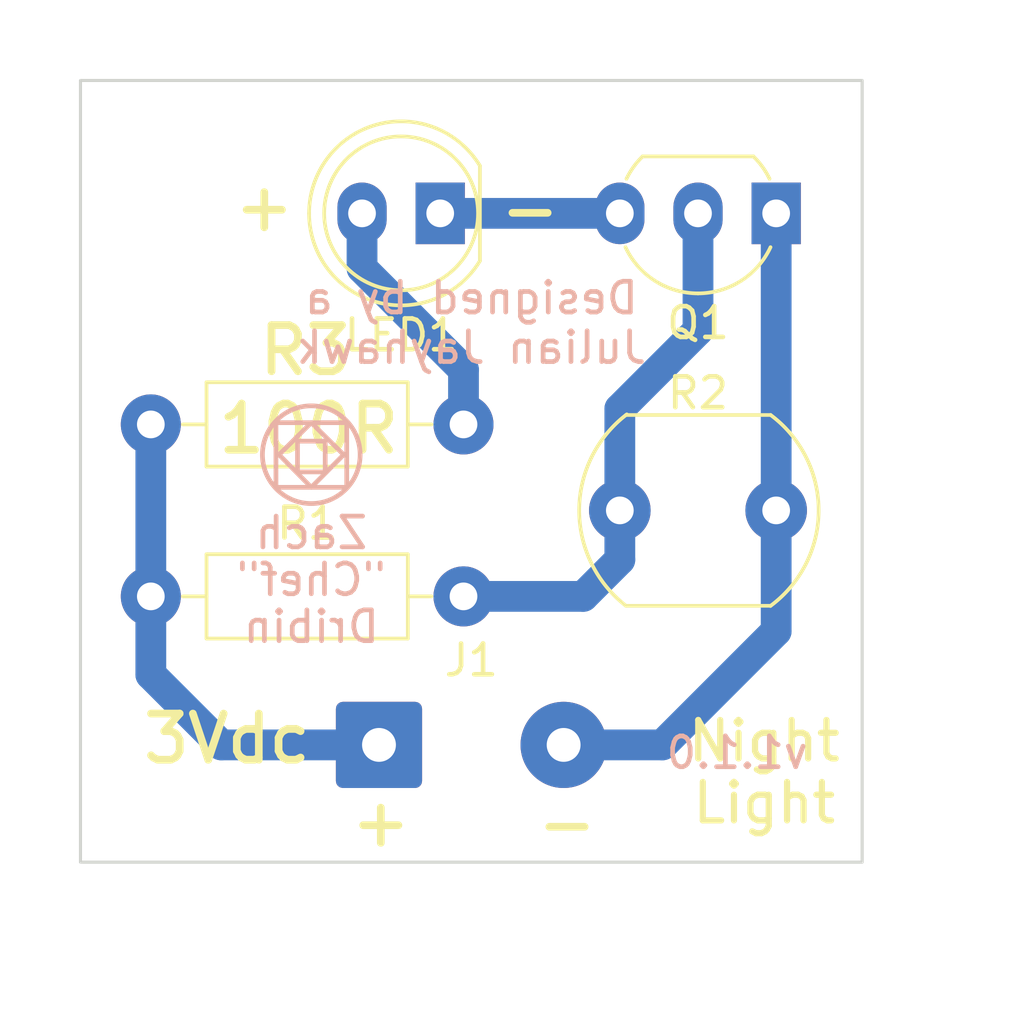
<source format=kicad_pcb>
(kicad_pcb (version 20221018) (generator pcbnew)
  (title_block (title "Night Light") (date "2023-04-16") (rev "1.1.0") (company "Julian Jayhawks") (comment 1 "Zach \"Chef\" Dribin"))
  (layers (0 "F.Cu" signal) (31 "B.Cu" signal) (34 "B.Paste" user) (35 "F.Paste" user) (36 "B.SilkS" user "B.Silkscreen") (37 "F.SilkS" user "F.Silkscreen") (38 "B.Mask" user) (39 "F.Mask" user) (44 "Edge.Cuts" user))
  (net 0 "")
  (net 1 "/Collecter")
  (net 2 "/LED +")
  (net 3 "+3V0")
  (net 4 "GND")
  (net 5 "/Base")
  (footprint "00_Project:LED_D5.0mm_Clear" (layer "F.Cu") (at 138.689 80.518 180)
    (fp_text reference "LED1" (at 1.27 -3.96 180) (layer "F.SilkS"))
    (fp_text value "White")
    (fp_line (start -1.29 -1.545) (end -1.29 1.545) (stroke (width 0.12)) (layer "F.SilkS"))
    (fp_arc (start -1.29 -1.54483) (mid 2.072002 -2.880433) (end 4.26 0.000462) (stroke (width 0.12)) (layer "F.SilkS"))
    (fp_arc (start 4.26 -0.000462) (mid 2.072002 2.880433) (end -1.29 1.54483) (stroke (width 0.12)) (layer "F.SilkS"))
    (fp_circle (center 1.27 0) (end 3.77 0) (stroke (width 0.12)) (fill none) (layer "F.SilkS"))
    (pad "1" thru_hole rect (at 0 0 180) (size 1.6 2) (drill 0.9) (layers "*.Cu" "*.Mask") (net 1 "/Collecter"))
    (pad "2" thru_hole oval (at 2.54 0 180) (size 1.6 2) (drill 0.9) (layers "*.Cu" "*.Mask") (net 2 "/LED +"))
  )
  (footprint "00_Project:R_Axial_DIN0207_L6.3mm_D2.5mm_P10.16mm_Horizontal" (layer "F.Cu") (at 129.286 87.376)
    (fp_text reference "R3" (at 5.03 -2.408) (layer "F.SilkS") (effects (font (size 1.5 1.5) (thickness 0.25) bold)))
    (fp_text value "100R" (at 5.13 0.142) (layer "F.SilkS") (effects (font (size 1.5 1.5) (thickness 0.25) bold)))
    (fp_line (start 1.04 0) (end 1.81 0) (stroke (width 0.12)) (layer "F.SilkS"))
    (fp_line (start 1.81 -1.37) (end 1.81 1.37) (stroke (width 0.12)) (layer "F.SilkS"))
    (fp_line (start 1.81 1.37) (end 8.35 1.37) (stroke (width 0.12)) (layer "F.SilkS"))
    (fp_line (start 8.35 -1.37) (end 1.81 -1.37) (stroke (width 0.12)) (layer "F.SilkS"))
    (fp_line (start 8.35 1.37) (end 8.35 -1.37) (stroke (width 0.12)) (layer "F.SilkS"))
    (fp_line (start 9.12 0) (end 8.35 0) (stroke (width 0.12)) (layer "F.SilkS"))
    (pad "1" thru_hole circle (at 0 0) (size 1.95 1.95) (drill 0.9) (layers "*.Cu" "*.Mask") (net 3 "+3V0"))
    (pad "2" thru_hole circle (at 10.16 0) (size 1.95 1.95) (drill 0.9) (layers "*.Cu" "*.Mask") (net 2 "/LED +"))
  )
  (footprint "00_Project:TO-92_Inline_Wide" (layer "F.Cu") (at 149.606 80.518 180)
    (fp_text reference "Q1" (at 2.54 -3.56 180) (layer "F.SilkS"))
    (fp_text value "2N3904")
    (fp_line (start 0.74 1.85) (end 4.34 1.85) (stroke (width 0.12)) (layer "F.SilkS"))
    (fp_arc (start 0.1836 -1.098807) (mid 1.143021 -2.192817) (end 2.54 -2.6) (stroke (width 0.12)) (layer "F.SilkS"))
    (fp_arc (start 0.74 1.85) (mid 0.446097 1.509328) (end 0.215816 1.122795) (stroke (width 0.12)) (layer "F.SilkS"))
    (fp_arc (start 2.54 -2.6) (mid 3.936979 -2.192818) (end 4.8964 -1.098807) (stroke (width 0.12)) (layer "F.SilkS"))
    (fp_arc (start 4.864184 1.122795) (mid 4.633903 1.509328) (end 4.34 1.85) (stroke (width 0.12)) (layer "F.SilkS"))
    (pad "1" thru_hole rect (at 0 0 180) (size 1.6 2) (drill 0.9) (layers "*.Cu" "*.Mask") (net 4 "GND"))
    (pad "2" thru_hole oval (at 2.54 0 180) (size 1.6 2) (drill 0.9) (layers "*.Cu" "*.Mask") (net 5 "/Base"))
    (pad "3" thru_hole oval (at 5.08 0 180) (size 1.6 2) (drill 0.9) (layers "*.Cu" "*.Mask") (net 1 "/Collecter"))
  )
  (footprint "00_Project:SolderWire-1.5sqmm_1x02_P6mm_D1.7mm_OD3mm" (layer "F.Cu") (at 136.7 97.79)
    (fp_text reference "J1" (at 3 -2.75) (layer "F.SilkS"))
    (fp_text value "3V0")
    (pad "1" thru_hole roundrect (at 0 0) (size 2.8 2.8) (drill 1.1) (layers "*.Cu" "*.Mask") (roundrect_rratio 0.080645) (net 3 "+3V0"))
    (pad "2" thru_hole circle (at 6 0) (size 2.8 2.8) (drill 1.1) (layers "*.Cu" "*.Mask") (net 4 "GND"))
  )
  (footprint "00_Project:R_Axial_DIN0207_L6.3mm_D2.5mm_P10.16mm_Horizontal" (layer "F.Cu") (at 129.286 92.964)
    (fp_text reference "R1" (at 5.08 -2.37) (layer "F.SilkS"))
    (fp_text value "390K")
    (fp_line (start 1.04 0) (end 1.81 0) (stroke (width 0.12)) (layer "F.SilkS"))
    (fp_line (start 1.81 -1.37) (end 1.81 1.37) (stroke (width 0.12)) (layer "F.SilkS"))
    (fp_line (start 1.81 1.37) (end 8.35 1.37) (stroke (width 0.12)) (layer "F.SilkS"))
    (fp_line (start 8.35 -1.37) (end 1.81 -1.37) (stroke (width 0.12)) (layer "F.SilkS"))
    (fp_line (start 8.35 1.37) (end 8.35 -1.37) (stroke (width 0.12)) (layer "F.SilkS"))
    (fp_line (start 9.12 0) (end 8.35 0) (stroke (width 0.12)) (layer "F.SilkS"))
    (pad "1" thru_hole circle (at 0 0) (size 1.95 1.95) (drill 0.9) (layers "*.Cu" "*.Mask") (net 3 "+3V0"))
    (pad "2" thru_hole circle (at 10.16 0) (size 1.95 1.95) (drill 0.9) (layers "*.Cu" "*.Mask") (net 5 "/Base"))
  )
  (footprint "00_Project:R_LDR_7x6mm_P5.1mm_Vertical" (layer "F.Cu") (at 144.526 90.17)
    (fp_text reference "R2" (at 2.54 -3.81) (layer "F.SilkS"))
    (fp_text value "8K-200K")
    (fp_line (start 0.2 -3.1) (end 4.9 -3.1) (stroke (width 0.12)) (layer "F.SilkS"))
    (fp_line (start 0.2 3.1) (end 4.9 3.1) (stroke (width 0.12)) (layer "F.SilkS"))
    (fp_arc (start 0.2 3.1) (mid -1.320423 -0.016888) (end 0.226796 -3.120561) (stroke (width 0.12)) (layer "F.SilkS"))
    (fp_arc (start 4.9 -3.1) (mid 6.460049 0.00492) (end 4.89209 3.105853) (stroke (width 0.12)) (layer "F.SilkS"))
    (pad "1" thru_hole circle (at 0 0) (size 2 2) (drill 0.9) (layers "*.Cu" "*.Mask") (net 5 "/Base"))
    (pad "2" thru_hole circle (at 5.08 0) (size 2 2) (drill 0.9) (layers "*.Cu" "*.Mask") (net 4 "GND"))
  )
  (gr_rect (start 133.352 87.32) (end 135.652 89.42) (stroke (width 0.1524)) (fill none) (layer "B.SilkS"))
  (gr_rect (start 134.052 87.92) (end 134.952 88.92) (stroke (width 0.1524)) (fill none) (layer "B.SilkS"))
  (gr_poly (pts (xy 135.552 88.36) (xy 134.5 89.42) (xy 133.452 88.36) (xy 134.5 87.32)) (stroke (width 0.1524)) (fill none) (layer "B.SilkS"))
  (gr_circle (center 134.5 88.36) (end 136.087924 88.36) (stroke (width 0.1524)) (fill none) (layer "B.SilkS"))
  (gr_rect (start 127 76.2) (end 152.4 101.6) (stroke (width 0.1)) (fill none) (layer "Edge.Cuts"))
  (gr_text "v1.1.0" (at 148.336 98.044) (layer "B.SilkS") (effects (font (size 1 1) (thickness 0.1524)) (justify mirror)))
  (gr_text "Designed by a\nJulian Jayhawk" (at 139.7 84.074) (layer "B.SilkS") (effects (font (size 1 1) (thickness 0.1524)) (justify mirror)))
  (gr_text "Zach" (at 134.5 90.9) (layer "B.SilkS") (effects (font (size 1 1) (thickness 0.1524)) (justify mirror)))
  (gr_text "{dblquote}Chef{dblquote}" (at 134.5 92.424) (layer "B.SilkS") (effects (font (size 1 1) (thickness 0.1524)) (justify mirror)))
  (gr_text "Dribin" (at 134.5 93.948) (layer "B.SilkS") (effects (font (size 1 1) (thickness 0.1524)) (justify mirror)))
  (gr_text "+" (at 135.666 101.168) (layer "F.SilkS") (effects (font (size 1.5 1.5) (thickness 0.25) bold) (justify left bottom)))
  (gr_text "-" (at 141.716 101.218) (layer "F.SilkS") (effects (font (size 1.5 1.5) (thickness 0.25) bold) (justify left bottom)))
  (gr_text "Night\nLight" (at 149.216 98.668) (layer "F.SilkS") (effects (font (size 1.25 1.25) (thickness 0.2))))
  (gr_text "3Vdc" (at 128.916 98.468) (layer "F.SilkS") (effects (font (size 1.5 1.5) (thickness 0.25) bold) (justify left bottom)))
  (gr_text "-" (at 140.516 81.268) (layer "F.SilkS") (effects (font (size 1.5 1.5) (thickness 0.25) bold) (justify left bottom)))
  (gr_text "+" (at 134.066 81.168) (layer "F.SilkS") (effects (font (size 1.5 1.5) (thickness 0.25) bold) (justify left bottom mirror)))
  (segment (start 138.689 80.518) (end 144.526 80.518) (width 1) (layer "B.Cu") (net 1))
  (segment (start 136.149 82.301) (end 139.446 85.598) (width 1) (layer "B.Cu") (net 2))
  (segment (start 139.446 85.598) (end 139.446 87.376) (width 1) (layer "B.Cu") (net 2))
  (segment (start 136.149 80.518) (end 136.149 82.301) (width 1) (layer "B.Cu") (net 2))
  (segment (start 129.286 92.964) (end 129.286 87.376) (width 1) (layer "B.Cu") (net 3))
  (segment (start 129.286 95.504) (end 129.286 92.964) (width 1) (layer "B.Cu") (net 3))
  (segment (start 136.7 97.79) (end 131.572 97.79) (width 1) (layer "B.Cu") (net 3))
  (segment (start 131.572 97.79) (end 129.286 95.504) (width 1) (layer "B.Cu") (net 3))
  (segment (start 145.91 97.79) (end 149.606 94.094) (width 1) (layer "B.Cu") (net 4))
  (segment (start 142.7 97.79) (end 145.91 97.79) (width 1) (layer "B.Cu") (net 4))
  (segment (start 149.606 90.17) (end 149.606 80.518) (width 1) (layer "B.Cu") (net 4))
  (segment (start 149.606 94.094) (end 149.606 90.17) (width 1) (layer "B.Cu") (net 4))
  (segment (start 144.526 91.774) (end 144.526 90.17) (width 1) (layer "B.Cu") (net 5))
  (segment (start 147.066 80.518) (end 147.066 84.328) (width 1) (layer "B.Cu") (net 5))
  (segment (start 139.446 92.964) (end 143.336 92.964) (width 1) (layer "B.Cu") (net 5))
  (segment (start 143.336 92.964) (end 144.526 91.774) (width 1) (layer "B.Cu") (net 5))
  (segment (start 147.066 84.328) (end 144.526 86.868) (width 1) (layer "B.Cu") (net 5))
  (segment (start 144.526 86.868) (end 144.526 90.17) (width 1) (layer "B.Cu") (net 5))
)
</source>
